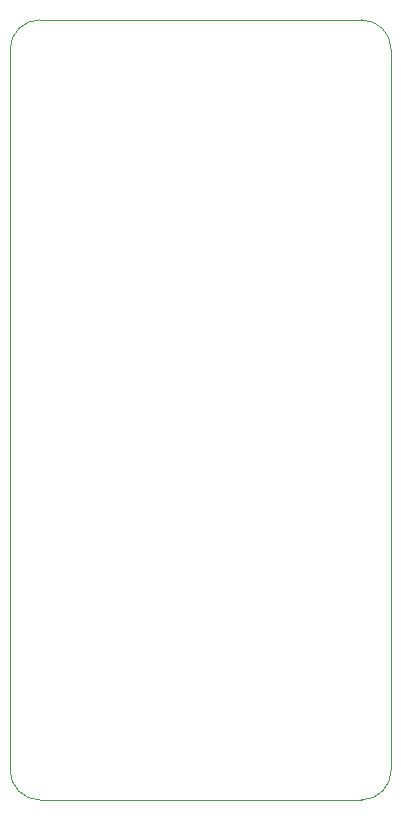
<source format=gbr>
%TF.GenerationSoftware,KiCad,Pcbnew,8.0.1*%
%TF.CreationDate,2024-04-12T14:48:39-05:00*%
%TF.ProjectId,Digilent Discovery LA Adapter,44696769-6c65-46e7-9420-446973636f76,1*%
%TF.SameCoordinates,Original*%
%TF.FileFunction,Profile,NP*%
%FSLAX46Y46*%
G04 Gerber Fmt 4.6, Leading zero omitted, Abs format (unit mm)*
G04 Created by KiCad (PCBNEW 8.0.1) date 2024-04-12 14:48:39*
%MOMM*%
%LPD*%
G01*
G04 APERTURE LIST*
%TA.AperFunction,Profile*%
%ADD10C,0.100000*%
%TD*%
G04 APERTURE END LIST*
D10*
X167640000Y-59650000D02*
X167640000Y-120690000D01*
X165140000Y-123190000D02*
X137882000Y-123190000D01*
X135382000Y-120690000D02*
X135382000Y-59650000D01*
X137882000Y-57150000D02*
X165140000Y-57150000D01*
X167640000Y-120690000D02*
G75*
G02*
X165140000Y-123190000I-2500000J0D01*
G01*
X137882000Y-123190000D02*
G75*
G02*
X135382000Y-120690000I0J2500000D01*
G01*
X165140000Y-57150000D02*
G75*
G02*
X167640000Y-59650000I0J-2500000D01*
G01*
X135382000Y-59650000D02*
G75*
G02*
X137882000Y-57150000I2500000J0D01*
G01*
M02*

</source>
